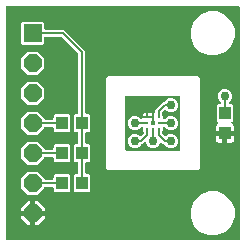
<source format=gbr>
G04 EAGLE Gerber RS-274X export*
G75*
%MOMM*%
%FSLAX34Y34*%
%LPD*%
%INTop Copper*%
%IPPOS*%
%AMOC8*
5,1,8,0,0,1.08239X$1,22.5*%
G01*
%ADD10R,0.381000X0.381000*%
%ADD11C,0.300000*%
%ADD12R,1.000000X1.100000*%
%ADD13R,1.524000X1.524000*%
%ADD14P,1.649562X8X22.500000*%
%ADD15C,0.152400*%
%ADD16C,0.203200*%
%ADD17C,0.762000*%

G36*
X199702Y2549D02*
X199702Y2549D01*
X199760Y2547D01*
X199842Y2569D01*
X199926Y2581D01*
X199979Y2604D01*
X200035Y2619D01*
X200108Y2662D01*
X200185Y2697D01*
X200230Y2735D01*
X200280Y2764D01*
X200338Y2826D01*
X200402Y2880D01*
X200434Y2929D01*
X200474Y2972D01*
X200513Y3047D01*
X200560Y3117D01*
X200577Y3173D01*
X200604Y3225D01*
X200615Y3293D01*
X200645Y3388D01*
X200648Y3488D01*
X200659Y3556D01*
X200659Y199644D01*
X200651Y199702D01*
X200653Y199760D01*
X200631Y199842D01*
X200619Y199926D01*
X200596Y199979D01*
X200581Y200035D01*
X200538Y200108D01*
X200503Y200185D01*
X200465Y200230D01*
X200436Y200280D01*
X200374Y200338D01*
X200320Y200402D01*
X200271Y200434D01*
X200228Y200474D01*
X200153Y200513D01*
X200083Y200560D01*
X200027Y200577D01*
X199975Y200604D01*
X199907Y200615D01*
X199812Y200645D01*
X199712Y200648D01*
X199644Y200659D01*
X3556Y200659D01*
X3498Y200651D01*
X3440Y200653D01*
X3358Y200631D01*
X3274Y200619D01*
X3221Y200596D01*
X3165Y200581D01*
X3092Y200538D01*
X3015Y200503D01*
X2970Y200465D01*
X2920Y200436D01*
X2862Y200374D01*
X2798Y200320D01*
X2766Y200271D01*
X2726Y200228D01*
X2687Y200153D01*
X2640Y200083D01*
X2623Y200027D01*
X2596Y199975D01*
X2585Y199907D01*
X2555Y199812D01*
X2552Y199712D01*
X2541Y199644D01*
X2541Y3556D01*
X2549Y3498D01*
X2547Y3440D01*
X2569Y3358D01*
X2581Y3274D01*
X2604Y3221D01*
X2619Y3165D01*
X2662Y3092D01*
X2697Y3015D01*
X2735Y2970D01*
X2764Y2920D01*
X2826Y2862D01*
X2880Y2798D01*
X2929Y2766D01*
X2972Y2726D01*
X3047Y2687D01*
X3117Y2640D01*
X3173Y2623D01*
X3225Y2596D01*
X3293Y2585D01*
X3388Y2555D01*
X3488Y2552D01*
X3556Y2541D01*
X199644Y2541D01*
X199702Y2549D01*
G37*
%LPC*%
G36*
X88693Y62102D02*
X88693Y62102D01*
X87502Y63293D01*
X87502Y77458D01*
X87503Y77464D01*
X87503Y125737D01*
X87502Y125745D01*
X87502Y139907D01*
X88693Y141098D01*
X165307Y141098D01*
X166498Y139907D01*
X166498Y63293D01*
X165307Y62102D01*
X88693Y62102D01*
G37*
%LPD*%
G36*
X149411Y78241D02*
X149411Y78241D01*
X149469Y78239D01*
X149551Y78261D01*
X149635Y78273D01*
X149688Y78296D01*
X149744Y78311D01*
X149817Y78354D01*
X149894Y78389D01*
X149939Y78427D01*
X149989Y78456D01*
X150047Y78518D01*
X150111Y78572D01*
X150143Y78621D01*
X150183Y78664D01*
X150222Y78739D01*
X150269Y78809D01*
X150286Y78865D01*
X150313Y78917D01*
X150324Y78985D01*
X150354Y79080D01*
X150357Y79180D01*
X150368Y79248D01*
X150368Y123953D01*
X150360Y124011D01*
X150362Y124069D01*
X150340Y124151D01*
X150328Y124235D01*
X150305Y124288D01*
X150290Y124344D01*
X150247Y124417D01*
X150212Y124494D01*
X150174Y124539D01*
X150145Y124589D01*
X150083Y124647D01*
X150029Y124711D01*
X149980Y124743D01*
X149937Y124783D01*
X149862Y124822D01*
X149792Y124869D01*
X149736Y124886D01*
X149684Y124913D01*
X149616Y124924D01*
X149521Y124954D01*
X149421Y124957D01*
X149353Y124968D01*
X104648Y124968D01*
X104590Y124960D01*
X104532Y124962D01*
X104450Y124940D01*
X104366Y124928D01*
X104313Y124905D01*
X104257Y124890D01*
X104184Y124847D01*
X104107Y124812D01*
X104062Y124774D01*
X104012Y124745D01*
X103954Y124683D01*
X103890Y124629D01*
X103858Y124580D01*
X103818Y124537D01*
X103779Y124462D01*
X103732Y124392D01*
X103715Y124336D01*
X103688Y124284D01*
X103677Y124216D01*
X103647Y124121D01*
X103644Y124021D01*
X103633Y123953D01*
X103633Y79248D01*
X103641Y79190D01*
X103639Y79132D01*
X103661Y79050D01*
X103673Y78966D01*
X103696Y78913D01*
X103711Y78857D01*
X103754Y78784D01*
X103789Y78707D01*
X103827Y78662D01*
X103856Y78612D01*
X103918Y78554D01*
X103972Y78490D01*
X104021Y78458D01*
X104064Y78418D01*
X104139Y78379D01*
X104209Y78332D01*
X104265Y78315D01*
X104317Y78288D01*
X104385Y78277D01*
X104480Y78247D01*
X104580Y78244D01*
X104648Y78233D01*
X149353Y78233D01*
X149411Y78241D01*
G37*
%LPC*%
G36*
X61078Y43267D02*
X61078Y43267D01*
X59887Y44458D01*
X59887Y57142D01*
X61078Y58333D01*
X62856Y58333D01*
X62914Y58341D01*
X62972Y58339D01*
X63054Y58361D01*
X63138Y58373D01*
X63191Y58396D01*
X63247Y58411D01*
X63320Y58454D01*
X63397Y58489D01*
X63442Y58527D01*
X63492Y58556D01*
X63550Y58618D01*
X63614Y58672D01*
X63646Y58721D01*
X63686Y58764D01*
X63725Y58839D01*
X63772Y58909D01*
X63789Y58965D01*
X63816Y59017D01*
X63827Y59085D01*
X63857Y59180D01*
X63860Y59280D01*
X63871Y59348D01*
X63871Y67652D01*
X63863Y67710D01*
X63865Y67768D01*
X63843Y67850D01*
X63831Y67934D01*
X63808Y67987D01*
X63793Y68043D01*
X63750Y68116D01*
X63715Y68193D01*
X63677Y68238D01*
X63648Y68288D01*
X63586Y68346D01*
X63532Y68410D01*
X63483Y68442D01*
X63440Y68482D01*
X63365Y68521D01*
X63295Y68568D01*
X63239Y68585D01*
X63187Y68612D01*
X63119Y68623D01*
X63024Y68653D01*
X62924Y68656D01*
X62856Y68667D01*
X61078Y68667D01*
X59887Y69858D01*
X59887Y82542D01*
X61078Y83733D01*
X62856Y83733D01*
X62914Y83741D01*
X62972Y83739D01*
X63054Y83761D01*
X63138Y83773D01*
X63191Y83796D01*
X63247Y83811D01*
X63320Y83854D01*
X63397Y83889D01*
X63442Y83927D01*
X63492Y83956D01*
X63550Y84018D01*
X63614Y84072D01*
X63646Y84121D01*
X63686Y84164D01*
X63725Y84239D01*
X63772Y84309D01*
X63789Y84365D01*
X63816Y84417D01*
X63827Y84485D01*
X63857Y84580D01*
X63860Y84680D01*
X63871Y84748D01*
X63871Y93052D01*
X63863Y93110D01*
X63865Y93168D01*
X63843Y93250D01*
X63831Y93334D01*
X63808Y93387D01*
X63793Y93443D01*
X63750Y93516D01*
X63715Y93593D01*
X63677Y93638D01*
X63648Y93688D01*
X63586Y93746D01*
X63532Y93810D01*
X63483Y93842D01*
X63440Y93882D01*
X63365Y93921D01*
X63295Y93968D01*
X63239Y93985D01*
X63187Y94012D01*
X63119Y94023D01*
X63024Y94053D01*
X62924Y94056D01*
X62856Y94067D01*
X61078Y94067D01*
X59887Y95258D01*
X59887Y107942D01*
X61078Y109133D01*
X62856Y109133D01*
X62914Y109141D01*
X62972Y109139D01*
X63054Y109161D01*
X63138Y109173D01*
X63191Y109196D01*
X63247Y109211D01*
X63320Y109254D01*
X63397Y109289D01*
X63442Y109327D01*
X63492Y109356D01*
X63550Y109418D01*
X63614Y109472D01*
X63646Y109521D01*
X63686Y109564D01*
X63725Y109639D01*
X63772Y109709D01*
X63789Y109765D01*
X63816Y109817D01*
X63827Y109885D01*
X63857Y109980D01*
X63860Y110080D01*
X63871Y110148D01*
X63871Y159997D01*
X63859Y160083D01*
X63856Y160171D01*
X63839Y160223D01*
X63831Y160278D01*
X63796Y160358D01*
X63769Y160441D01*
X63741Y160480D01*
X63715Y160538D01*
X63619Y160651D01*
X63574Y160715D01*
X49835Y174454D01*
X49765Y174506D01*
X49701Y174566D01*
X49651Y174592D01*
X49607Y174625D01*
X49526Y174656D01*
X49448Y174696D01*
X49400Y174704D01*
X49342Y174726D01*
X49194Y174738D01*
X49117Y174751D01*
X36068Y174751D01*
X36010Y174743D01*
X35952Y174745D01*
X35870Y174723D01*
X35786Y174711D01*
X35733Y174688D01*
X35677Y174673D01*
X35604Y174630D01*
X35527Y174595D01*
X35482Y174557D01*
X35432Y174528D01*
X35374Y174466D01*
X35310Y174412D01*
X35278Y174363D01*
X35238Y174320D01*
X35199Y174245D01*
X35152Y174175D01*
X35135Y174119D01*
X35108Y174067D01*
X35097Y173999D01*
X35067Y173904D01*
X35064Y173804D01*
X35053Y173736D01*
X35053Y169338D01*
X33862Y168147D01*
X16938Y168147D01*
X15747Y169338D01*
X15747Y186262D01*
X16938Y187453D01*
X33862Y187453D01*
X35053Y186262D01*
X35053Y181864D01*
X35061Y181806D01*
X35059Y181748D01*
X35081Y181666D01*
X35093Y181582D01*
X35116Y181529D01*
X35131Y181473D01*
X35174Y181400D01*
X35209Y181323D01*
X35247Y181278D01*
X35276Y181228D01*
X35338Y181170D01*
X35392Y181106D01*
X35441Y181074D01*
X35484Y181034D01*
X35559Y180995D01*
X35629Y180948D01*
X35685Y180931D01*
X35737Y180904D01*
X35805Y180893D01*
X35900Y180863D01*
X36000Y180860D01*
X36068Y180849D01*
X52063Y180849D01*
X69969Y162943D01*
X69969Y110148D01*
X69977Y110092D01*
X69975Y110041D01*
X69976Y110040D01*
X69975Y110032D01*
X69997Y109950D01*
X70009Y109866D01*
X70032Y109813D01*
X70047Y109757D01*
X70090Y109684D01*
X70125Y109607D01*
X70163Y109562D01*
X70192Y109512D01*
X70254Y109454D01*
X70308Y109390D01*
X70357Y109358D01*
X70400Y109318D01*
X70475Y109279D01*
X70545Y109232D01*
X70601Y109215D01*
X70653Y109188D01*
X70721Y109177D01*
X70816Y109147D01*
X70916Y109144D01*
X70984Y109133D01*
X72762Y109133D01*
X73953Y107942D01*
X73953Y95258D01*
X72762Y94067D01*
X70984Y94067D01*
X70926Y94059D01*
X70868Y94061D01*
X70786Y94039D01*
X70702Y94027D01*
X70649Y94004D01*
X70593Y93989D01*
X70520Y93946D01*
X70443Y93911D01*
X70398Y93873D01*
X70348Y93844D01*
X70290Y93782D01*
X70226Y93728D01*
X70194Y93679D01*
X70154Y93636D01*
X70115Y93561D01*
X70068Y93491D01*
X70051Y93435D01*
X70024Y93383D01*
X70013Y93315D01*
X69983Y93220D01*
X69980Y93120D01*
X69969Y93052D01*
X69969Y84748D01*
X69976Y84694D01*
X69975Y84660D01*
X69976Y84657D01*
X69975Y84632D01*
X69997Y84550D01*
X70009Y84466D01*
X70032Y84413D01*
X70047Y84357D01*
X70090Y84284D01*
X70125Y84207D01*
X70163Y84162D01*
X70192Y84112D01*
X70254Y84054D01*
X70308Y83990D01*
X70357Y83958D01*
X70400Y83918D01*
X70475Y83879D01*
X70545Y83832D01*
X70601Y83815D01*
X70653Y83788D01*
X70721Y83777D01*
X70816Y83747D01*
X70916Y83744D01*
X70984Y83733D01*
X72762Y83733D01*
X73953Y82542D01*
X73953Y69858D01*
X72762Y68667D01*
X70984Y68667D01*
X70926Y68659D01*
X70868Y68661D01*
X70786Y68639D01*
X70702Y68627D01*
X70649Y68604D01*
X70593Y68589D01*
X70520Y68546D01*
X70443Y68511D01*
X70398Y68473D01*
X70348Y68444D01*
X70290Y68382D01*
X70226Y68328D01*
X70194Y68279D01*
X70154Y68236D01*
X70115Y68161D01*
X70068Y68091D01*
X70051Y68035D01*
X70024Y67983D01*
X70013Y67915D01*
X69983Y67820D01*
X69980Y67720D01*
X69969Y67652D01*
X69969Y59348D01*
X69976Y59297D01*
X69975Y59278D01*
X69977Y59274D01*
X69975Y59232D01*
X69997Y59150D01*
X70009Y59066D01*
X70032Y59013D01*
X70047Y58957D01*
X70090Y58884D01*
X70125Y58807D01*
X70163Y58762D01*
X70192Y58712D01*
X70254Y58654D01*
X70308Y58590D01*
X70357Y58558D01*
X70400Y58518D01*
X70475Y58479D01*
X70545Y58432D01*
X70601Y58415D01*
X70653Y58388D01*
X70721Y58377D01*
X70816Y58347D01*
X70916Y58344D01*
X70984Y58333D01*
X72762Y58333D01*
X73953Y57142D01*
X73953Y44458D01*
X72762Y43267D01*
X61078Y43267D01*
G37*
%LPD*%
%LPC*%
G36*
X174112Y159259D02*
X174112Y159259D01*
X167297Y162082D01*
X162082Y167297D01*
X159259Y174112D01*
X159259Y181488D01*
X162082Y188303D01*
X167297Y193518D01*
X174112Y196341D01*
X181488Y196341D01*
X188303Y193518D01*
X193518Y188303D01*
X196341Y181488D01*
X196341Y174112D01*
X193518Y167297D01*
X188303Y162082D01*
X181488Y159259D01*
X174112Y159259D01*
G37*
%LPD*%
%LPC*%
G36*
X174112Y6859D02*
X174112Y6859D01*
X167297Y9682D01*
X162082Y14897D01*
X159259Y21712D01*
X159259Y29088D01*
X162082Y35903D01*
X167297Y41118D01*
X174112Y43941D01*
X181488Y43941D01*
X188303Y41118D01*
X193518Y35903D01*
X196341Y29088D01*
X196341Y21712D01*
X193518Y14897D01*
X188303Y9682D01*
X181488Y6859D01*
X174112Y6859D01*
G37*
%LPD*%
%LPC*%
G36*
X110598Y80517D02*
X110598Y80517D01*
X108450Y81407D01*
X106807Y83050D01*
X105917Y85198D01*
X105917Y87522D01*
X106807Y89670D01*
X108450Y91313D01*
X110598Y92203D01*
X112922Y92203D01*
X115070Y91313D01*
X115737Y90646D01*
X115784Y90610D01*
X115824Y90568D01*
X115897Y90525D01*
X115965Y90475D01*
X116019Y90454D01*
X116070Y90424D01*
X116151Y90403D01*
X116230Y90373D01*
X116289Y90369D01*
X116345Y90354D01*
X116429Y90357D01*
X116514Y90350D01*
X116571Y90361D01*
X116629Y90363D01*
X116710Y90389D01*
X116792Y90406D01*
X116844Y90433D01*
X116900Y90451D01*
X116956Y90491D01*
X117045Y90537D01*
X117117Y90605D01*
X117173Y90646D01*
X118908Y92380D01*
X118960Y92450D01*
X119020Y92514D01*
X119046Y92563D01*
X119079Y92607D01*
X119110Y92689D01*
X119150Y92767D01*
X119158Y92815D01*
X119180Y92873D01*
X119192Y93021D01*
X119205Y93098D01*
X119205Y93978D01*
X119198Y94026D01*
X119199Y94030D01*
X119197Y94034D01*
X119193Y94065D01*
X119190Y94152D01*
X119173Y94205D01*
X119165Y94260D01*
X119130Y94339D01*
X119103Y94423D01*
X119075Y94462D01*
X119049Y94519D01*
X118953Y94632D01*
X118908Y94696D01*
X118467Y95137D01*
X118467Y97593D01*
X118463Y97622D01*
X118466Y97652D01*
X118443Y97763D01*
X118427Y97875D01*
X118415Y97902D01*
X118410Y97930D01*
X118357Y98031D01*
X118311Y98134D01*
X118292Y98157D01*
X118279Y98183D01*
X118201Y98265D01*
X118128Y98351D01*
X118103Y98368D01*
X118083Y98389D01*
X117985Y98446D01*
X117891Y98509D01*
X117863Y98518D01*
X117838Y98533D01*
X117728Y98560D01*
X117620Y98595D01*
X117590Y98595D01*
X117562Y98603D01*
X117449Y98599D01*
X117336Y98602D01*
X117307Y98595D01*
X117278Y98594D01*
X117170Y98559D01*
X117061Y98530D01*
X117035Y98515D01*
X117007Y98506D01*
X116944Y98461D01*
X116816Y98385D01*
X116773Y98339D01*
X116734Y98311D01*
X115070Y96647D01*
X112922Y95757D01*
X110598Y95757D01*
X108450Y96647D01*
X106807Y98290D01*
X105917Y100438D01*
X105917Y102762D01*
X106807Y104910D01*
X108450Y106553D01*
X110598Y107443D01*
X112922Y107443D01*
X115070Y106553D01*
X116226Y105397D01*
X116250Y105379D01*
X116269Y105357D01*
X116363Y105294D01*
X116453Y105226D01*
X116481Y105215D01*
X116505Y105199D01*
X116613Y105165D01*
X116719Y105125D01*
X116748Y105122D01*
X116776Y105113D01*
X116890Y105110D01*
X117002Y105101D01*
X117031Y105107D01*
X117060Y105106D01*
X117170Y105135D01*
X117281Y105157D01*
X117307Y105170D01*
X117335Y105178D01*
X117433Y105236D01*
X117533Y105288D01*
X117555Y105308D01*
X117580Y105323D01*
X117657Y105406D01*
X117739Y105484D01*
X117754Y105509D01*
X117774Y105530D01*
X117802Y105585D01*
X122000Y105585D01*
X127000Y105585D01*
X127058Y105593D01*
X127116Y105591D01*
X127198Y105613D01*
X127281Y105624D01*
X127335Y105648D01*
X127391Y105663D01*
X127464Y105706D01*
X127541Y105741D01*
X127585Y105778D01*
X127635Y105808D01*
X127693Y105870D01*
X127758Y105924D01*
X127790Y105973D01*
X127830Y106016D01*
X127868Y106091D01*
X127915Y106161D01*
X127933Y106217D01*
X127959Y106269D01*
X127971Y106337D01*
X128001Y106432D01*
X128004Y106532D01*
X128015Y106600D01*
X128007Y106658D01*
X128008Y106716D01*
X127987Y106798D01*
X127975Y106882D01*
X127951Y106935D01*
X127936Y106992D01*
X127908Y107039D01*
X127947Y107109D01*
X127952Y107127D01*
X127960Y107143D01*
X127972Y107214D01*
X128012Y107386D01*
X128008Y107430D01*
X128015Y107474D01*
X128015Y110516D01*
X128022Y110514D01*
X128116Y110512D01*
X128209Y110500D01*
X128258Y110508D01*
X128306Y110507D01*
X128397Y110531D01*
X128490Y110546D01*
X128534Y110566D01*
X128581Y110579D01*
X128662Y110627D01*
X128747Y110667D01*
X128784Y110699D01*
X128826Y110724D01*
X128890Y110793D01*
X128961Y110855D01*
X128987Y110896D01*
X129020Y110931D01*
X129063Y111015D01*
X129114Y111094D01*
X129128Y111141D01*
X129150Y111184D01*
X129162Y111258D01*
X129194Y111367D01*
X129195Y111454D01*
X129205Y111515D01*
X129205Y112838D01*
X136002Y119635D01*
X136395Y119635D01*
X136397Y119635D01*
X136398Y119635D01*
X136540Y119655D01*
X136677Y119675D01*
X136678Y119675D01*
X136680Y119675D01*
X136811Y119735D01*
X136936Y119791D01*
X136937Y119792D01*
X136939Y119792D01*
X137048Y119885D01*
X137153Y119974D01*
X137154Y119976D01*
X137155Y119977D01*
X137163Y119989D01*
X137236Y120099D01*
X138930Y121793D01*
X141078Y122683D01*
X143402Y122683D01*
X145550Y121793D01*
X147193Y120150D01*
X148083Y118002D01*
X148083Y115678D01*
X147193Y113530D01*
X145550Y111887D01*
X143402Y110997D01*
X141078Y110997D01*
X138930Y111887D01*
X138263Y112554D01*
X138216Y112590D01*
X138176Y112632D01*
X138103Y112675D01*
X138035Y112725D01*
X137981Y112746D01*
X137930Y112776D01*
X137849Y112797D01*
X137770Y112827D01*
X137711Y112831D01*
X137655Y112846D01*
X137571Y112843D01*
X137486Y112850D01*
X137429Y112839D01*
X137371Y112837D01*
X137290Y112811D01*
X137208Y112794D01*
X137156Y112767D01*
X137100Y112749D01*
X137044Y112709D01*
X136955Y112663D01*
X136883Y112595D01*
X136827Y112554D01*
X135092Y110820D01*
X135040Y110750D01*
X134980Y110686D01*
X134954Y110637D01*
X134921Y110593D01*
X134890Y110511D01*
X134850Y110433D01*
X134842Y110385D01*
X134820Y110327D01*
X134808Y110179D01*
X134795Y110102D01*
X134795Y109222D01*
X134807Y109135D01*
X134810Y109048D01*
X134827Y108995D01*
X134835Y108940D01*
X134870Y108861D01*
X134897Y108777D01*
X134925Y108738D01*
X134951Y108681D01*
X135047Y108568D01*
X135092Y108504D01*
X135533Y108063D01*
X135533Y105607D01*
X135537Y105578D01*
X135534Y105548D01*
X135557Y105437D01*
X135573Y105325D01*
X135585Y105298D01*
X135590Y105270D01*
X135643Y105169D01*
X135689Y105066D01*
X135708Y105043D01*
X135721Y105017D01*
X135799Y104935D01*
X135872Y104849D01*
X135897Y104832D01*
X135917Y104811D01*
X136015Y104754D01*
X136109Y104691D01*
X136137Y104682D01*
X136162Y104667D01*
X136272Y104640D01*
X136380Y104605D01*
X136410Y104605D01*
X136438Y104597D01*
X136551Y104601D01*
X136664Y104598D01*
X136693Y104605D01*
X136722Y104606D01*
X136830Y104641D01*
X136939Y104670D01*
X136965Y104685D01*
X136993Y104694D01*
X137056Y104739D01*
X137184Y104815D01*
X137227Y104861D01*
X137266Y104889D01*
X138930Y106553D01*
X141078Y107443D01*
X143402Y107443D01*
X145550Y106553D01*
X147193Y104910D01*
X148083Y102762D01*
X148083Y100438D01*
X147193Y98290D01*
X145550Y96647D01*
X143402Y95757D01*
X141078Y95757D01*
X138930Y96647D01*
X137266Y98311D01*
X137242Y98329D01*
X137223Y98351D01*
X137129Y98414D01*
X137039Y98482D01*
X137011Y98493D01*
X136987Y98509D01*
X136879Y98543D01*
X136773Y98583D01*
X136744Y98586D01*
X136716Y98595D01*
X136602Y98598D01*
X136490Y98607D01*
X136461Y98601D01*
X136432Y98602D01*
X136322Y98573D01*
X136211Y98551D01*
X136185Y98538D01*
X136157Y98530D01*
X136059Y98472D01*
X135959Y98420D01*
X135937Y98400D01*
X135912Y98385D01*
X135835Y98302D01*
X135753Y98224D01*
X135738Y98199D01*
X135718Y98178D01*
X135666Y98077D01*
X135609Y97979D01*
X135602Y97951D01*
X135588Y97924D01*
X135575Y97847D01*
X135539Y97704D01*
X135541Y97641D01*
X135533Y97593D01*
X135533Y95137D01*
X135172Y94776D01*
X135120Y94706D01*
X135060Y94642D01*
X135034Y94593D01*
X135001Y94549D01*
X134970Y94467D01*
X134930Y94389D01*
X134922Y94342D01*
X134900Y94283D01*
X134888Y94135D01*
X134875Y94058D01*
X134875Y93018D01*
X134887Y92932D01*
X134890Y92844D01*
X134907Y92791D01*
X134915Y92737D01*
X134950Y92657D01*
X134977Y92574D01*
X135005Y92534D01*
X135031Y92477D01*
X135127Y92364D01*
X135172Y92300D01*
X136827Y90646D01*
X136874Y90610D01*
X136914Y90568D01*
X136987Y90525D01*
X137054Y90475D01*
X137109Y90454D01*
X137159Y90424D01*
X137241Y90403D01*
X137320Y90373D01*
X137378Y90369D01*
X137435Y90354D01*
X137519Y90357D01*
X137603Y90350D01*
X137660Y90361D01*
X137719Y90363D01*
X137799Y90389D01*
X137882Y90406D01*
X137934Y90433D01*
X137989Y90451D01*
X138045Y90491D01*
X138134Y90537D01*
X138207Y90606D01*
X138263Y90646D01*
X138930Y91313D01*
X141078Y92203D01*
X143402Y92203D01*
X145550Y91313D01*
X147193Y89670D01*
X148083Y87522D01*
X148083Y85198D01*
X147193Y83050D01*
X145550Y81407D01*
X143402Y80517D01*
X141078Y80517D01*
X138930Y81407D01*
X137239Y83098D01*
X137189Y83183D01*
X137188Y83184D01*
X137187Y83186D01*
X137083Y83283D01*
X136982Y83378D01*
X136981Y83379D01*
X136979Y83380D01*
X136853Y83445D01*
X136729Y83509D01*
X136728Y83509D01*
X136726Y83510D01*
X136710Y83512D01*
X136451Y83564D01*
X136420Y83561D01*
X136395Y83565D01*
X136002Y83565D01*
X134364Y85203D01*
X134273Y85272D01*
X134185Y85346D01*
X134159Y85357D01*
X134137Y85374D01*
X134030Y85415D01*
X133925Y85462D01*
X133898Y85465D01*
X133872Y85475D01*
X133757Y85485D01*
X133643Y85501D01*
X133616Y85497D01*
X133588Y85499D01*
X133476Y85476D01*
X133362Y85460D01*
X133337Y85449D01*
X133310Y85443D01*
X133208Y85390D01*
X133103Y85343D01*
X133082Y85325D01*
X133057Y85312D01*
X132974Y85233D01*
X132887Y85159D01*
X132873Y85137D01*
X132851Y85116D01*
X132716Y84887D01*
X132709Y84874D01*
X131953Y83050D01*
X130310Y81407D01*
X128162Y80517D01*
X125838Y80517D01*
X123690Y81407D01*
X122047Y83050D01*
X121291Y84874D01*
X121233Y84973D01*
X121180Y85075D01*
X121161Y85095D01*
X121147Y85119D01*
X121064Y85197D01*
X120984Y85281D01*
X120960Y85295D01*
X120940Y85314D01*
X120838Y85367D01*
X120739Y85425D01*
X120712Y85431D01*
X120688Y85444D01*
X120575Y85466D01*
X120464Y85495D01*
X120436Y85494D01*
X120409Y85499D01*
X120294Y85489D01*
X120179Y85486D01*
X120153Y85477D01*
X120125Y85475D01*
X120018Y85433D01*
X119909Y85398D01*
X119889Y85384D01*
X119860Y85373D01*
X119648Y85212D01*
X119636Y85203D01*
X117998Y83565D01*
X117605Y83565D01*
X117603Y83565D01*
X117601Y83565D01*
X117459Y83545D01*
X117323Y83525D01*
X117322Y83525D01*
X117320Y83525D01*
X117191Y83466D01*
X117064Y83409D01*
X117063Y83408D01*
X117061Y83407D01*
X116954Y83316D01*
X116847Y83226D01*
X116846Y83224D01*
X116845Y83223D01*
X116836Y83209D01*
X116764Y83101D01*
X115070Y81407D01*
X112922Y80517D01*
X110598Y80517D01*
G37*
%LPD*%
%LPC*%
G36*
X21402Y91947D02*
X21402Y91947D01*
X15747Y97602D01*
X15747Y105598D01*
X21402Y111253D01*
X29398Y111253D01*
X35061Y105591D01*
X35059Y105548D01*
X35081Y105466D01*
X35093Y105382D01*
X35116Y105329D01*
X35131Y105273D01*
X35174Y105200D01*
X35209Y105123D01*
X35247Y105078D01*
X35276Y105028D01*
X35338Y104970D01*
X35392Y104906D01*
X35441Y104874D01*
X35484Y104834D01*
X35559Y104795D01*
X35629Y104748D01*
X35685Y104731D01*
X35737Y104704D01*
X35805Y104693D01*
X35900Y104663D01*
X36000Y104660D01*
X36068Y104649D01*
X41872Y104649D01*
X41930Y104657D01*
X41988Y104655D01*
X42070Y104677D01*
X42154Y104689D01*
X42207Y104712D01*
X42263Y104727D01*
X42336Y104770D01*
X42413Y104805D01*
X42458Y104843D01*
X42508Y104872D01*
X42566Y104934D01*
X42630Y104988D01*
X42662Y105037D01*
X42702Y105080D01*
X42741Y105155D01*
X42788Y105225D01*
X42805Y105281D01*
X42832Y105333D01*
X42843Y105401D01*
X42873Y105496D01*
X42876Y105596D01*
X42887Y105664D01*
X42887Y107942D01*
X44078Y109133D01*
X55762Y109133D01*
X56953Y107942D01*
X56953Y95258D01*
X55762Y94067D01*
X44078Y94067D01*
X42887Y95258D01*
X42887Y97536D01*
X42879Y97594D01*
X42881Y97652D01*
X42859Y97734D01*
X42847Y97818D01*
X42824Y97871D01*
X42809Y97927D01*
X42766Y98000D01*
X42731Y98077D01*
X42693Y98122D01*
X42664Y98172D01*
X42602Y98230D01*
X42548Y98294D01*
X42499Y98326D01*
X42456Y98366D01*
X42381Y98405D01*
X42311Y98452D01*
X42255Y98469D01*
X42203Y98496D01*
X42135Y98507D01*
X42040Y98537D01*
X41940Y98540D01*
X41872Y98551D01*
X36068Y98551D01*
X36010Y98543D01*
X35952Y98545D01*
X35870Y98523D01*
X35786Y98511D01*
X35733Y98488D01*
X35677Y98473D01*
X35604Y98430D01*
X35527Y98395D01*
X35482Y98357D01*
X35432Y98328D01*
X35374Y98266D01*
X35310Y98212D01*
X35278Y98163D01*
X35238Y98120D01*
X35199Y98045D01*
X35152Y97975D01*
X35135Y97919D01*
X35108Y97867D01*
X35097Y97799D01*
X35067Y97704D01*
X35064Y97613D01*
X29398Y91947D01*
X21402Y91947D01*
G37*
%LPD*%
%LPC*%
G36*
X21402Y66547D02*
X21402Y66547D01*
X15747Y72202D01*
X15747Y80198D01*
X21402Y85853D01*
X29398Y85853D01*
X35061Y80191D01*
X35059Y80148D01*
X35081Y80066D01*
X35093Y79982D01*
X35116Y79929D01*
X35131Y79873D01*
X35174Y79800D01*
X35209Y79723D01*
X35247Y79678D01*
X35276Y79628D01*
X35338Y79570D01*
X35392Y79506D01*
X35441Y79474D01*
X35484Y79434D01*
X35559Y79395D01*
X35629Y79348D01*
X35685Y79331D01*
X35737Y79304D01*
X35805Y79293D01*
X35900Y79263D01*
X36000Y79260D01*
X36068Y79249D01*
X41872Y79249D01*
X41930Y79257D01*
X41988Y79255D01*
X42070Y79277D01*
X42154Y79289D01*
X42207Y79312D01*
X42263Y79327D01*
X42336Y79370D01*
X42413Y79405D01*
X42458Y79443D01*
X42508Y79472D01*
X42566Y79534D01*
X42630Y79588D01*
X42662Y79637D01*
X42702Y79680D01*
X42741Y79755D01*
X42788Y79825D01*
X42805Y79881D01*
X42832Y79933D01*
X42843Y80001D01*
X42873Y80096D01*
X42876Y80196D01*
X42887Y80264D01*
X42887Y82542D01*
X44078Y83733D01*
X55762Y83733D01*
X56953Y82542D01*
X56953Y69858D01*
X55762Y68667D01*
X44078Y68667D01*
X42887Y69858D01*
X42887Y72136D01*
X42879Y72194D01*
X42881Y72252D01*
X42859Y72334D01*
X42847Y72418D01*
X42824Y72471D01*
X42809Y72527D01*
X42766Y72600D01*
X42731Y72677D01*
X42693Y72722D01*
X42664Y72772D01*
X42602Y72830D01*
X42548Y72894D01*
X42499Y72926D01*
X42456Y72966D01*
X42381Y73005D01*
X42311Y73052D01*
X42255Y73069D01*
X42203Y73096D01*
X42135Y73107D01*
X42040Y73137D01*
X41940Y73140D01*
X41872Y73151D01*
X36068Y73151D01*
X36010Y73143D01*
X35952Y73145D01*
X35870Y73123D01*
X35786Y73111D01*
X35733Y73088D01*
X35677Y73073D01*
X35604Y73030D01*
X35527Y72995D01*
X35482Y72957D01*
X35432Y72928D01*
X35374Y72866D01*
X35310Y72812D01*
X35278Y72763D01*
X35238Y72720D01*
X35199Y72645D01*
X35152Y72575D01*
X35135Y72519D01*
X35108Y72467D01*
X35097Y72399D01*
X35067Y72304D01*
X35064Y72213D01*
X29398Y66547D01*
X21402Y66547D01*
G37*
%LPD*%
%LPC*%
G36*
X21402Y41147D02*
X21402Y41147D01*
X15747Y46802D01*
X15747Y54798D01*
X21402Y60453D01*
X29398Y60453D01*
X35061Y54791D01*
X35059Y54748D01*
X35081Y54666D01*
X35093Y54582D01*
X35116Y54529D01*
X35131Y54473D01*
X35174Y54400D01*
X35209Y54323D01*
X35247Y54278D01*
X35276Y54228D01*
X35338Y54170D01*
X35392Y54106D01*
X35441Y54074D01*
X35484Y54034D01*
X35559Y53995D01*
X35629Y53948D01*
X35685Y53931D01*
X35737Y53904D01*
X35805Y53893D01*
X35900Y53863D01*
X36000Y53860D01*
X36068Y53849D01*
X41872Y53849D01*
X41930Y53857D01*
X41988Y53855D01*
X42070Y53877D01*
X42154Y53889D01*
X42207Y53912D01*
X42263Y53927D01*
X42336Y53970D01*
X42413Y54005D01*
X42458Y54043D01*
X42508Y54072D01*
X42566Y54134D01*
X42630Y54188D01*
X42662Y54237D01*
X42702Y54280D01*
X42741Y54355D01*
X42788Y54425D01*
X42805Y54481D01*
X42832Y54533D01*
X42843Y54601D01*
X42873Y54696D01*
X42876Y54796D01*
X42887Y54864D01*
X42887Y57142D01*
X44078Y58333D01*
X55762Y58333D01*
X56953Y57142D01*
X56953Y44458D01*
X55762Y43267D01*
X44078Y43267D01*
X42887Y44458D01*
X42887Y46736D01*
X42879Y46794D01*
X42881Y46852D01*
X42859Y46934D01*
X42847Y47018D01*
X42824Y47071D01*
X42809Y47127D01*
X42766Y47200D01*
X42731Y47277D01*
X42693Y47322D01*
X42664Y47372D01*
X42602Y47430D01*
X42548Y47494D01*
X42499Y47526D01*
X42456Y47566D01*
X42381Y47605D01*
X42311Y47652D01*
X42255Y47669D01*
X42203Y47696D01*
X42135Y47707D01*
X42040Y47737D01*
X41940Y47740D01*
X41872Y47751D01*
X36068Y47751D01*
X36010Y47743D01*
X35952Y47745D01*
X35870Y47723D01*
X35786Y47711D01*
X35733Y47688D01*
X35677Y47673D01*
X35604Y47630D01*
X35527Y47595D01*
X35482Y47557D01*
X35432Y47528D01*
X35374Y47466D01*
X35310Y47412D01*
X35278Y47363D01*
X35238Y47320D01*
X35199Y47245D01*
X35152Y47175D01*
X35135Y47119D01*
X35108Y47067D01*
X35097Y46999D01*
X35067Y46904D01*
X35064Y46813D01*
X29398Y41147D01*
X21402Y41147D01*
G37*
%LPD*%
%LPC*%
G36*
X187959Y93099D02*
X187959Y93099D01*
X187959Y94116D01*
X187951Y94174D01*
X187952Y94232D01*
X187931Y94314D01*
X187919Y94397D01*
X187895Y94451D01*
X187881Y94507D01*
X187838Y94580D01*
X187803Y94657D01*
X187765Y94701D01*
X187735Y94752D01*
X187674Y94809D01*
X187619Y94874D01*
X187571Y94906D01*
X187528Y94946D01*
X187453Y94985D01*
X187383Y95031D01*
X187327Y95049D01*
X187275Y95076D01*
X187207Y95087D01*
X187112Y95117D01*
X187012Y95120D01*
X186944Y95131D01*
X180419Y95131D01*
X180419Y98934D01*
X180592Y99581D01*
X180927Y100160D01*
X181400Y100633D01*
X181936Y100942D01*
X181974Y100972D01*
X182017Y100995D01*
X182085Y101059D01*
X182159Y101118D01*
X182188Y101157D01*
X182223Y101191D01*
X182271Y101272D01*
X182326Y101348D01*
X182342Y101394D01*
X182367Y101436D01*
X182390Y101527D01*
X182422Y101615D01*
X182425Y101664D01*
X182437Y101711D01*
X182434Y101805D01*
X182440Y101899D01*
X182430Y101947D01*
X182428Y101996D01*
X182399Y102085D01*
X182379Y102177D01*
X182356Y102220D01*
X182341Y102266D01*
X182298Y102326D01*
X182243Y102427D01*
X182182Y102488D01*
X182146Y102539D01*
X180927Y103758D01*
X180927Y116442D01*
X182118Y117633D01*
X183896Y117633D01*
X183954Y117641D01*
X184012Y117639D01*
X184094Y117661D01*
X184178Y117673D01*
X184231Y117696D01*
X184287Y117711D01*
X184360Y117754D01*
X184437Y117789D01*
X184482Y117827D01*
X184532Y117856D01*
X184590Y117918D01*
X184654Y117972D01*
X184686Y118021D01*
X184726Y118064D01*
X184765Y118139D01*
X184812Y118209D01*
X184829Y118265D01*
X184856Y118317D01*
X184867Y118385D01*
X184897Y118480D01*
X184900Y118580D01*
X184911Y118648D01*
X184911Y118825D01*
X184899Y118912D01*
X184896Y118999D01*
X184879Y119052D01*
X184871Y119107D01*
X184836Y119187D01*
X184809Y119270D01*
X184781Y119309D01*
X184755Y119366D01*
X184659Y119479D01*
X184614Y119543D01*
X183007Y121150D01*
X182117Y123298D01*
X182117Y125622D01*
X183007Y127770D01*
X184650Y129413D01*
X186798Y130303D01*
X189122Y130303D01*
X191270Y129413D01*
X192913Y127770D01*
X193803Y125622D01*
X193803Y123298D01*
X192913Y121150D01*
X191306Y119543D01*
X191254Y119473D01*
X191194Y119410D01*
X191168Y119360D01*
X191135Y119316D01*
X191104Y119234D01*
X191064Y119156D01*
X191056Y119109D01*
X191034Y119050D01*
X191022Y118903D01*
X191009Y118825D01*
X191009Y118648D01*
X191017Y118590D01*
X191015Y118532D01*
X191037Y118450D01*
X191049Y118366D01*
X191072Y118313D01*
X191087Y118257D01*
X191130Y118184D01*
X191165Y118107D01*
X191203Y118062D01*
X191232Y118012D01*
X191294Y117954D01*
X191348Y117890D01*
X191397Y117858D01*
X191440Y117818D01*
X191515Y117779D01*
X191585Y117732D01*
X191641Y117715D01*
X191693Y117688D01*
X191761Y117677D01*
X191856Y117647D01*
X191956Y117644D01*
X192024Y117633D01*
X193802Y117633D01*
X194993Y116442D01*
X194993Y103758D01*
X193774Y102539D01*
X193745Y102501D01*
X193709Y102468D01*
X193660Y102387D01*
X193603Y102312D01*
X193586Y102267D01*
X193560Y102225D01*
X193535Y102134D01*
X193502Y102047D01*
X193498Y101998D01*
X193485Y101951D01*
X193486Y101857D01*
X193478Y101763D01*
X193488Y101716D01*
X193489Y101667D01*
X193516Y101577D01*
X193534Y101485D01*
X193557Y101441D01*
X193571Y101395D01*
X193622Y101316D01*
X193665Y101232D01*
X193699Y101197D01*
X193725Y101156D01*
X193783Y101109D01*
X193861Y101026D01*
X193936Y100982D01*
X193984Y100942D01*
X194520Y100633D01*
X194993Y100160D01*
X195328Y99581D01*
X195501Y98934D01*
X195501Y95131D01*
X188976Y95131D01*
X188918Y95123D01*
X188860Y95124D01*
X188778Y95103D01*
X188695Y95091D01*
X188641Y95067D01*
X188585Y95053D01*
X188512Y95010D01*
X188435Y94975D01*
X188391Y94937D01*
X188340Y94907D01*
X188283Y94846D01*
X188218Y94791D01*
X188186Y94743D01*
X188146Y94700D01*
X188107Y94625D01*
X188061Y94555D01*
X188043Y94499D01*
X188016Y94447D01*
X188005Y94379D01*
X187975Y94284D01*
X187972Y94184D01*
X187961Y94116D01*
X187961Y93099D01*
X187959Y93099D01*
G37*
%LPD*%
%LPC*%
G36*
X21402Y142747D02*
X21402Y142747D01*
X15747Y148402D01*
X15747Y156398D01*
X21402Y162053D01*
X29398Y162053D01*
X35053Y156398D01*
X35053Y148402D01*
X29398Y142747D01*
X21402Y142747D01*
G37*
%LPD*%
%LPC*%
G36*
X21402Y117347D02*
X21402Y117347D01*
X15747Y123002D01*
X15747Y130998D01*
X21402Y136653D01*
X29398Y136653D01*
X35053Y130998D01*
X35053Y123002D01*
X29398Y117347D01*
X21402Y117347D01*
G37*
%LPD*%
%LPC*%
G36*
X27431Y27431D02*
X27431Y27431D01*
X27431Y35561D01*
X29609Y35561D01*
X35561Y29609D01*
X35561Y27431D01*
X27431Y27431D01*
G37*
%LPD*%
%LPC*%
G36*
X15239Y27431D02*
X15239Y27431D01*
X15239Y29609D01*
X21191Y35561D01*
X23369Y35561D01*
X23369Y27431D01*
X15239Y27431D01*
G37*
%LPD*%
%LPC*%
G36*
X27431Y15239D02*
X27431Y15239D01*
X27431Y23369D01*
X35561Y23369D01*
X35561Y21191D01*
X29609Y15239D01*
X27431Y15239D01*
G37*
%LPD*%
%LPC*%
G36*
X21191Y15239D02*
X21191Y15239D01*
X15239Y21191D01*
X15239Y23369D01*
X23369Y23369D01*
X23369Y15239D01*
X21191Y15239D01*
G37*
%LPD*%
%LPC*%
G36*
X189991Y85059D02*
X189991Y85059D01*
X189991Y91069D01*
X195501Y91069D01*
X195501Y87266D01*
X195328Y86619D01*
X194993Y86040D01*
X194520Y85567D01*
X193941Y85232D01*
X193294Y85059D01*
X189991Y85059D01*
G37*
%LPD*%
%LPC*%
G36*
X182626Y85059D02*
X182626Y85059D01*
X181979Y85232D01*
X181400Y85567D01*
X180927Y86040D01*
X180592Y86619D01*
X180419Y87266D01*
X180419Y91069D01*
X185929Y91069D01*
X185929Y85059D01*
X182626Y85059D01*
G37*
%LPD*%
%LPC*%
G36*
X123015Y107615D02*
X123015Y107615D01*
X123015Y110511D01*
X123560Y110365D01*
X123992Y110116D01*
X124065Y110086D01*
X124132Y110048D01*
X124196Y110034D01*
X124256Y110009D01*
X124333Y110001D01*
X124409Y109984D01*
X124474Y109987D01*
X124539Y109980D01*
X124615Y109994D01*
X124693Y109998D01*
X124745Y110018D01*
X124819Y110031D01*
X124935Y110088D01*
X125008Y110116D01*
X125440Y110365D01*
X125985Y110511D01*
X125985Y107615D01*
X123015Y107615D01*
G37*
%LPD*%
%LPC*%
G36*
X118089Y107615D02*
X118089Y107615D01*
X118235Y108160D01*
X118767Y109081D01*
X119519Y109833D01*
X120440Y110365D01*
X120985Y110511D01*
X120985Y107615D01*
X118089Y107615D01*
G37*
%LPD*%
%LPC*%
G36*
X25399Y25399D02*
X25399Y25399D01*
X25399Y25401D01*
X25401Y25401D01*
X25401Y25399D01*
X25399Y25399D01*
G37*
%LPD*%
D10*
X127000Y101600D03*
D11*
X122000Y106600D03*
X127000Y106600D03*
X132000Y106600D03*
X122000Y101600D03*
X132000Y101600D03*
X122000Y96600D03*
X127000Y96600D03*
X132000Y96600D03*
D12*
X187960Y110100D03*
X187960Y93100D03*
D13*
X25400Y177800D03*
D14*
X25400Y152400D03*
X25400Y127000D03*
X25400Y101600D03*
X25400Y76200D03*
X25400Y50800D03*
X25400Y25400D03*
D12*
X49920Y50800D03*
X66920Y50800D03*
X49920Y76200D03*
X66920Y76200D03*
X49920Y101600D03*
X66920Y101600D03*
D15*
X132000Y96600D02*
X132080Y96520D01*
X132080Y91440D01*
X137160Y86360D01*
X142240Y86360D01*
D16*
X49920Y76200D02*
X25400Y76200D01*
D17*
X142240Y86360D03*
D15*
X127000Y86360D02*
X127000Y96600D01*
D16*
X49920Y101600D02*
X25400Y101600D01*
D17*
X127000Y86360D03*
D15*
X127000Y101600D02*
X127000Y106600D01*
X122000Y106600D02*
X122000Y114220D01*
X119380Y116840D01*
X111760Y116840D01*
X127000Y116840D02*
X127000Y106600D01*
D17*
X111760Y116840D03*
X127000Y116840D03*
D15*
X132000Y111680D02*
X132000Y106600D01*
X132000Y111680D02*
X137160Y116840D01*
X142240Y116840D01*
D16*
X187960Y110100D02*
X187960Y124460D01*
X66920Y101600D02*
X66920Y76200D01*
X66920Y50800D01*
X66920Y101600D02*
X66920Y161680D01*
X50800Y177800D01*
X25400Y177800D01*
D17*
X142240Y116840D03*
X187960Y124460D03*
D15*
X142240Y101600D02*
X132000Y101600D01*
D16*
X49920Y50800D02*
X25400Y50800D01*
D17*
X142240Y101600D03*
D15*
X122000Y96600D02*
X122000Y91520D01*
X116840Y86360D01*
X111760Y86360D01*
D17*
X111760Y86360D03*
D15*
X111760Y101600D02*
X122000Y101600D01*
D17*
X111760Y101600D03*
M02*

</source>
